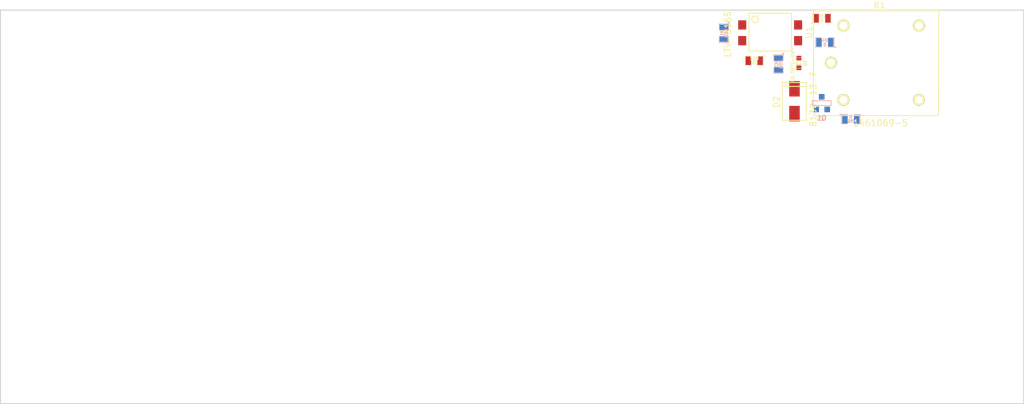
<source format=kicad_pcb>
(kicad_pcb (version 3) (host pcbnew "(2013-07-07 BZR 4022)-stable")

  (general
    (links 13)
    (no_connects 13)
    (area 136.195999 86.471861 301.446001 159.333001)
    (thickness 1.6)
    (drawings 4)
    (tracks 0)
    (zones 0)
    (modules 11)
    (nets 13)
  )

  (page A3)
  (layers
    (15 F.Cu signal)
    (0 B.Cu signal)
    (16 B.Adhes user)
    (17 F.Adhes user)
    (18 B.Paste user)
    (19 F.Paste user)
    (20 B.SilkS user)
    (21 F.SilkS user)
    (22 B.Mask user)
    (23 F.Mask user)
    (24 Dwgs.User user)
    (25 Cmts.User user)
    (26 Eco1.User user)
    (27 Eco2.User user)
    (28 Edge.Cuts user)
  )

  (setup
    (last_trace_width 0.254)
    (trace_clearance 0.254)
    (zone_clearance 0.508)
    (zone_45_only no)
    (trace_min 0.254)
    (segment_width 0.2)
    (edge_width 0.1)
    (via_size 0.889)
    (via_drill 0.635)
    (via_min_size 0.889)
    (via_min_drill 0.508)
    (uvia_size 0.508)
    (uvia_drill 0.127)
    (uvias_allowed no)
    (uvia_min_size 0.508)
    (uvia_min_drill 0.127)
    (pcb_text_width 0.3)
    (pcb_text_size 1.5 1.5)
    (mod_edge_width 0.15)
    (mod_text_size 1 1)
    (mod_text_width 0.15)
    (pad_size 1.5 1.5)
    (pad_drill 0.6)
    (pad_to_mask_clearance 0)
    (aux_axis_origin 0 0)
    (visible_elements 7FFFFFFF)
    (pcbplotparams
      (layerselection 3178497)
      (usegerberextensions true)
      (excludeedgelayer true)
      (linewidth 0.150000)
      (plotframeref false)
      (viasonmask false)
      (mode 1)
      (useauxorigin false)
      (hpglpennumber 1)
      (hpglpenspeed 20)
      (hpglpendiameter 15)
      (hpglpenoverlay 2)
      (psnegative false)
      (psa4output false)
      (plotreference true)
      (plotvalue true)
      (plotothertext true)
      (plotinvisibletext false)
      (padsonsilk false)
      (subtractmaskfromsilk false)
      (outputformat 1)
      (mirror false)
      (drillshape 1)
      (scaleselection 1)
      (outputdirectory ""))
  )

  (net 0 "")
  (net 1 +12P)
  (net 2 /Arduino/RELAY+)
  (net 3 /Arduino/RELAY-)
  (net 4 GND)
  (net 5 N-0000082)
  (net 6 N-0000083)
  (net 7 N-0000084)
  (net 8 N-0000085)
  (net 9 N-0000086)
  (net 10 N-0000087)
  (net 11 N-0000088)
  (net 12 N-0000089)

  (net_class Default "This is the default net class."
    (clearance 0.254)
    (trace_width 0.254)
    (via_dia 0.889)
    (via_drill 0.635)
    (uvia_dia 0.508)
    (uvia_drill 0.127)
    (add_net "")
    (add_net +12P)
    (add_net /Arduino/RELAY+)
    (add_net /Arduino/RELAY-)
    (add_net GND)
    (add_net N-0000082)
    (add_net N-0000083)
    (add_net N-0000084)
    (add_net N-0000085)
    (add_net N-0000086)
    (add_net N-0000087)
    (add_net N-0000088)
    (add_net N-0000089)
  )

  (module TE-ORWH-RELAY (layer F.Cu) (tedit 53135BAB) (tstamp 53136585)
    (at 270.2814 104.2416)
    (path /52EF3727/52F71303)
    (fp_text reference K1 (at 7.8486 -9.271) (layer F.SilkS)
      (effects (font (size 1 1) (thickness 0.15)))
    )
    (fp_text value 1461069-5 (at 7.9756 9.7282) (layer F.SilkS)
      (effects (font (size 1 1) (thickness 0.15)))
    )
    (fp_line (start -2.8194 -8.3566) (end -2.8194 8.5344) (layer F.SilkS) (width 0.15))
    (fp_line (start -2.8194 8.5344) (end 17.3482 8.5344) (layer F.SilkS) (width 0.15))
    (fp_line (start 17.3482 8.5344) (end 17.3736 -8.3566) (layer F.SilkS) (width 0.15))
    (fp_line (start 17.3736 -8.3566) (end -2.8194 -8.3566) (layer F.SilkS) (width 0.15))
    (pad 1 thru_hole circle (at 0 0) (size 1.905 1.905) (drill 1.27)
      (layers *.Cu *.Mask F.SilkS)
    )
    (pad 2 thru_hole circle (at 2.0066 -5.9944) (size 1.905 1.905) (drill 1.27)
      (layers *.Cu *.Mask F.SilkS)
      (net 7 N-0000084)
    )
    (pad 3 thru_hole circle (at 14.1986 -5.9944) (size 1.905 1.905) (drill 1.27)
      (layers *.Cu *.Mask F.SilkS)
    )
    (pad 4 thru_hole circle (at 14.1986 5.9944) (size 1.905 1.905) (drill 1.27)
      (layers *.Cu *.Mask F.SilkS)
    )
    (pad 5 thru_hole circle (at 2.0066 5.9944) (size 1.905 1.905) (drill 1.27)
      (layers *.Cu *.Mask F.SilkS)
      (net 8 N-0000085)
    )
  )

  (module SOT23EBC (layer B.Cu) (tedit 3F980186) (tstamp 53136590)
    (at 268.7828 110.7567)
    (descr "Module CMS SOT23 Transistore EBC")
    (tags "CMS SOT")
    (path /52EF3727/52F70E30)
    (attr smd)
    (fp_text reference Q1 (at 0 2.413) (layer B.SilkS)
      (effects (font (size 0.762 0.762) (thickness 0.2032)) (justify mirror))
    )
    (fp_text value 2N3904 (at 0 0) (layer B.SilkS) hide
      (effects (font (size 0.762 0.762) (thickness 0.2032)) (justify mirror))
    )
    (fp_line (start -1.524 0.381) (end 1.524 0.381) (layer B.SilkS) (width 0.127))
    (fp_line (start 1.524 0.381) (end 1.524 -0.381) (layer B.SilkS) (width 0.127))
    (fp_line (start 1.524 -0.381) (end -1.524 -0.381) (layer B.SilkS) (width 0.127))
    (fp_line (start -1.524 -0.381) (end -1.524 0.381) (layer B.SilkS) (width 0.127))
    (pad 1 smd rect (at -0.889 1.016) (size 0.9144 0.9144)
      (layers B.Cu B.Paste B.Mask)
      (net 10 N-0000087)
    )
    (pad 2 smd rect (at 0.889 1.016) (size 0.9144 0.9144)
      (layers B.Cu B.Paste B.Mask)
      (net 11 N-0000088)
    )
    (pad 3 smd rect (at 0 -1.016) (size 0.9144 0.9144)
      (layers B.Cu B.Paste B.Mask)
      (net 8 N-0000085)
    )
    (model smd/cms_sot23.wrl
      (at (xyz 0 0 0))
      (scale (xyz 0.13 0.15 0.15))
      (rotate (xyz 0 0 0))
    )
  )

  (module SMA (layer F.Cu) (tedit 53135600) (tstamp 5313659D)
    (at 264.3886 112.4585 90)
    (path /52EF3727/52F726CF)
    (fp_text reference D2 (at 1.8796 -2.8956 90) (layer F.SilkS)
      (effects (font (size 1 1) (thickness 0.15)))
    )
    (fp_text value B130-13-F (at 2.3876 3.0226 90) (layer F.SilkS)
      (effects (font (size 1 1) (thickness 0.15)))
    )
    (fp_line (start 4.3942 -1.9558) (end 4.3942 1.905) (layer F.SilkS) (width 0.15))
    (fp_line (start 4.8768 -1.9558) (end 5.0292 -1.9558) (layer F.SilkS) (width 0.15))
    (fp_line (start 5.0292 -1.9558) (end 5.0292 1.905) (layer F.SilkS) (width 0.15))
    (fp_line (start 5.0292 1.905) (end 4.8768 1.905) (layer F.SilkS) (width 0.15))
    (fp_line (start -1.0668 -1.9558) (end 4.8768 -1.9558) (layer F.SilkS) (width 0.15))
    (fp_line (start 4.8768 1.905) (end -1.0668 1.905) (layer F.SilkS) (width 0.15))
    (fp_line (start -1.0668 1.905) (end -1.0668 -1.9558) (layer F.SilkS) (width 0.15))
    (pad 1 smd rect (at 0 0 90) (size 2.5 1.7)
      (layers F.Cu F.Paste F.Mask)
      (net 8 N-0000085)
    )
    (pad 2 smd rect (at 4.0132 0 90) (size 2.5 1.7)
      (layers F.Cu F.Paste F.Mask)
      (net 7 N-0000084)
    )
  )

  (module SM0805 (layer B.Cu) (tedit 5091495C) (tstamp 531365AA)
    (at 273.4818 113.3475)
    (path /52EF3727/52F714AB)
    (attr smd)
    (fp_text reference R6 (at 0 0.3175) (layer B.SilkS)
      (effects (font (size 0.50038 0.50038) (thickness 0.10922)) (justify mirror))
    )
    (fp_text value 0 (at 0 -0.381) (layer B.SilkS)
      (effects (font (size 0.50038 0.50038) (thickness 0.10922)) (justify mirror))
    )
    (fp_circle (center -1.651 -0.762) (end -1.651 -0.635) (layer B.SilkS) (width 0.09906))
    (fp_line (start -0.508 -0.762) (end -1.524 -0.762) (layer B.SilkS) (width 0.09906))
    (fp_line (start -1.524 -0.762) (end -1.524 0.762) (layer B.SilkS) (width 0.09906))
    (fp_line (start -1.524 0.762) (end -0.508 0.762) (layer B.SilkS) (width 0.09906))
    (fp_line (start 0.508 0.762) (end 1.524 0.762) (layer B.SilkS) (width 0.09906))
    (fp_line (start 1.524 0.762) (end 1.524 -0.762) (layer B.SilkS) (width 0.09906))
    (fp_line (start 1.524 -0.762) (end 0.508 -0.762) (layer B.SilkS) (width 0.09906))
    (pad 1 smd rect (at -0.9525 0) (size 0.889 1.397)
      (layers B.Cu B.Paste B.Mask)
      (net 10 N-0000087)
    )
    (pad 2 smd rect (at 0.9525 0) (size 0.889 1.397)
      (layers B.Cu B.Paste B.Mask)
      (net 4 GND)
    )
    (model smd/chip_cms.wrl
      (at (xyz 0 0 0))
      (scale (xyz 0.1 0.1 0.1))
      (rotate (xyz 0 0 0))
    )
  )

  (module SM0805 (layer B.Cu) (tedit 5091495C) (tstamp 531365B7)
    (at 261.8105 104.4575 270)
    (path /52EF3727/52F71764)
    (attr smd)
    (fp_text reference R2 (at 0 0.3175 270) (layer B.SilkS)
      (effects (font (size 0.50038 0.50038) (thickness 0.10922)) (justify mirror))
    )
    (fp_text value 200 (at 0 -0.381 270) (layer B.SilkS)
      (effects (font (size 0.50038 0.50038) (thickness 0.10922)) (justify mirror))
    )
    (fp_circle (center -1.651 -0.762) (end -1.651 -0.635) (layer B.SilkS) (width 0.09906))
    (fp_line (start -0.508 -0.762) (end -1.524 -0.762) (layer B.SilkS) (width 0.09906))
    (fp_line (start -1.524 -0.762) (end -1.524 0.762) (layer B.SilkS) (width 0.09906))
    (fp_line (start -1.524 0.762) (end -0.508 0.762) (layer B.SilkS) (width 0.09906))
    (fp_line (start 0.508 0.762) (end 1.524 0.762) (layer B.SilkS) (width 0.09906))
    (fp_line (start 1.524 0.762) (end 1.524 -0.762) (layer B.SilkS) (width 0.09906))
    (fp_line (start 1.524 -0.762) (end 0.508 -0.762) (layer B.SilkS) (width 0.09906))
    (pad 1 smd rect (at -0.9525 0 270) (size 0.889 1.397)
      (layers B.Cu B.Paste B.Mask)
      (net 9 N-0000086)
    )
    (pad 2 smd rect (at 0.9525 0 270) (size 0.889 1.397)
      (layers B.Cu B.Paste B.Mask)
      (net 4 GND)
    )
    (model smd/chip_cms.wrl
      (at (xyz 0 0 0))
      (scale (xyz 0.1 0.1 0.1))
      (rotate (xyz 0 0 0))
    )
  )

  (module SM0805 (layer B.Cu) (tedit 5091495C) (tstamp 531365C4)
    (at 269.2908 100.965 180)
    (path /52EF3727/52F718DA)
    (attr smd)
    (fp_text reference R4 (at 0 0.3175 180) (layer B.SilkS)
      (effects (font (size 0.50038 0.50038) (thickness 0.10922)) (justify mirror))
    )
    (fp_text value 0 (at 0 -0.381 180) (layer B.SilkS)
      (effects (font (size 0.50038 0.50038) (thickness 0.10922)) (justify mirror))
    )
    (fp_circle (center -1.651 -0.762) (end -1.651 -0.635) (layer B.SilkS) (width 0.09906))
    (fp_line (start -0.508 -0.762) (end -1.524 -0.762) (layer B.SilkS) (width 0.09906))
    (fp_line (start -1.524 -0.762) (end -1.524 0.762) (layer B.SilkS) (width 0.09906))
    (fp_line (start -1.524 0.762) (end -0.508 0.762) (layer B.SilkS) (width 0.09906))
    (fp_line (start 0.508 0.762) (end 1.524 0.762) (layer B.SilkS) (width 0.09906))
    (fp_line (start 1.524 0.762) (end 1.524 -0.762) (layer B.SilkS) (width 0.09906))
    (fp_line (start 1.524 -0.762) (end 0.508 -0.762) (layer B.SilkS) (width 0.09906))
    (pad 1 smd rect (at -0.9525 0 180) (size 0.889 1.397)
      (layers B.Cu B.Paste B.Mask)
      (net 1 +12P)
    )
    (pad 2 smd rect (at 0.9525 0 180) (size 0.889 1.397)
      (layers B.Cu B.Paste B.Mask)
      (net 6 N-0000083)
    )
    (model smd/chip_cms.wrl
      (at (xyz 0 0 0))
      (scale (xyz 0.1 0.1 0.1))
      (rotate (xyz 0 0 0))
    )
  )

  (module SM0805 (layer B.Cu) (tedit 5091495C) (tstamp 531365D1)
    (at 253.0094 99.4791 270)
    (path /52EF3727/52F720EA)
    (attr smd)
    (fp_text reference R1 (at 0 0.3175 270) (layer B.SilkS)
      (effects (font (size 0.50038 0.50038) (thickness 0.10922)) (justify mirror))
    )
    (fp_text value 500 (at 0 -0.381 270) (layer B.SilkS)
      (effects (font (size 0.50038 0.50038) (thickness 0.10922)) (justify mirror))
    )
    (fp_circle (center -1.651 -0.762) (end -1.651 -0.635) (layer B.SilkS) (width 0.09906))
    (fp_line (start -0.508 -0.762) (end -1.524 -0.762) (layer B.SilkS) (width 0.09906))
    (fp_line (start -1.524 -0.762) (end -1.524 0.762) (layer B.SilkS) (width 0.09906))
    (fp_line (start -1.524 0.762) (end -0.508 0.762) (layer B.SilkS) (width 0.09906))
    (fp_line (start 0.508 0.762) (end 1.524 0.762) (layer B.SilkS) (width 0.09906))
    (fp_line (start 1.524 0.762) (end 1.524 -0.762) (layer B.SilkS) (width 0.09906))
    (fp_line (start 1.524 -0.762) (end 0.508 -0.762) (layer B.SilkS) (width 0.09906))
    (pad 1 smd rect (at -0.9525 0 270) (size 0.889 1.397)
      (layers B.Cu B.Paste B.Mask)
      (net 3 /Arduino/RELAY-)
    )
    (pad 2 smd rect (at 0.9525 0 270) (size 0.889 1.397)
      (layers B.Cu B.Paste B.Mask)
      (net 5 N-0000082)
    )
    (model smd/chip_cms.wrl
      (at (xyz 0 0 0))
      (scale (xyz 0.1 0.1 0.1))
      (rotate (xyz 0 0 0))
    )
  )

  (module SM0805 (layer F.Cu) (tedit 5091495C) (tstamp 531365DE)
    (at 268.8336 97.0788)
    (path /52EF3727/53123678)
    (attr smd)
    (fp_text reference R5 (at 0 -0.3175) (layer F.SilkS)
      (effects (font (size 0.50038 0.50038) (thickness 0.10922)))
    )
    (fp_text value 0 (at 0 0.381) (layer F.SilkS)
      (effects (font (size 0.50038 0.50038) (thickness 0.10922)))
    )
    (fp_circle (center -1.651 0.762) (end -1.651 0.635) (layer F.SilkS) (width 0.09906))
    (fp_line (start -0.508 0.762) (end -1.524 0.762) (layer F.SilkS) (width 0.09906))
    (fp_line (start -1.524 0.762) (end -1.524 -0.762) (layer F.SilkS) (width 0.09906))
    (fp_line (start -1.524 -0.762) (end -0.508 -0.762) (layer F.SilkS) (width 0.09906))
    (fp_line (start 0.508 -0.762) (end 1.524 -0.762) (layer F.SilkS) (width 0.09906))
    (fp_line (start 1.524 -0.762) (end 1.524 0.762) (layer F.SilkS) (width 0.09906))
    (fp_line (start 1.524 0.762) (end 0.508 0.762) (layer F.SilkS) (width 0.09906))
    (pad 1 smd rect (at -0.9525 0) (size 0.889 1.397)
      (layers F.Cu F.Paste F.Mask)
      (net 1 +12P)
    )
    (pad 2 smd rect (at 0.9525 0) (size 0.889 1.397)
      (layers F.Cu F.Paste F.Mask)
      (net 7 N-0000084)
    )
    (model smd/chip_cms.wrl
      (at (xyz 0 0 0))
      (scale (xyz 0.1 0.1 0.1))
      (rotate (xyz 0 0 0))
    )
  )

  (module SM0805 (layer F.Cu) (tedit 5091495C) (tstamp 531365EB)
    (at 257.8989 103.9241 180)
    (path /52EF3727/52F70E21)
    (attr smd)
    (fp_text reference R3 (at 0 -0.3175 180) (layer F.SilkS)
      (effects (font (size 0.50038 0.50038) (thickness 0.10922)))
    )
    (fp_text value 100 (at 0 0.381 180) (layer F.SilkS)
      (effects (font (size 0.50038 0.50038) (thickness 0.10922)))
    )
    (fp_circle (center -1.651 0.762) (end -1.651 0.635) (layer F.SilkS) (width 0.09906))
    (fp_line (start -0.508 0.762) (end -1.524 0.762) (layer F.SilkS) (width 0.09906))
    (fp_line (start -1.524 0.762) (end -1.524 -0.762) (layer F.SilkS) (width 0.09906))
    (fp_line (start -1.524 -0.762) (end -0.508 -0.762) (layer F.SilkS) (width 0.09906))
    (fp_line (start 0.508 -0.762) (end 1.524 -0.762) (layer F.SilkS) (width 0.09906))
    (fp_line (start 1.524 -0.762) (end 1.524 0.762) (layer F.SilkS) (width 0.09906))
    (fp_line (start 1.524 0.762) (end 0.508 0.762) (layer F.SilkS) (width 0.09906))
    (pad 1 smd rect (at -0.9525 0 180) (size 0.889 1.397)
      (layers F.Cu F.Paste F.Mask)
      (net 12 N-0000089)
    )
    (pad 2 smd rect (at 0.9525 0 180) (size 0.889 1.397)
      (layers F.Cu F.Paste F.Mask)
      (net 11 N-0000088)
    )
    (model smd/chip_cms.wrl
      (at (xyz 0 0 0))
      (scale (xyz 0.1 0.1 0.1))
      (rotate (xyz 0 0 0))
    )
  )

  (module LED-0603 (layer F.Cu) (tedit 4E16AFB4) (tstamp 53136607)
    (at 265.0998 104.2797 270)
    (descr "LED 0603 smd package")
    (tags "LED led 0603 SMD smd SMT smt smdled SMDLED smtled SMTLED")
    (path /52EF3727/52F70E5D)
    (attr smd)
    (fp_text reference D1 (at 0 -1.016 270) (layer F.SilkS)
      (effects (font (size 0.508 0.508) (thickness 0.127)))
    )
    (fp_text value "LG Q971-KN-1" (at 0 1.016 270) (layer F.SilkS)
      (effects (font (size 0.508 0.508) (thickness 0.127)))
    )
    (fp_line (start 0.44958 -0.44958) (end 0.44958 0.44958) (layer F.SilkS) (width 0.06604))
    (fp_line (start 0.44958 0.44958) (end 0.84836 0.44958) (layer F.SilkS) (width 0.06604))
    (fp_line (start 0.84836 -0.44958) (end 0.84836 0.44958) (layer F.SilkS) (width 0.06604))
    (fp_line (start 0.44958 -0.44958) (end 0.84836 -0.44958) (layer F.SilkS) (width 0.06604))
    (fp_line (start -0.84836 -0.44958) (end -0.84836 0.44958) (layer F.SilkS) (width 0.06604))
    (fp_line (start -0.84836 0.44958) (end -0.44958 0.44958) (layer F.SilkS) (width 0.06604))
    (fp_line (start -0.44958 -0.44958) (end -0.44958 0.44958) (layer F.SilkS) (width 0.06604))
    (fp_line (start -0.84836 -0.44958) (end -0.44958 -0.44958) (layer F.SilkS) (width 0.06604))
    (fp_line (start 0 -0.44958) (end 0 -0.29972) (layer F.SilkS) (width 0.06604))
    (fp_line (start 0 -0.29972) (end 0.29972 -0.29972) (layer F.SilkS) (width 0.06604))
    (fp_line (start 0.29972 -0.44958) (end 0.29972 -0.29972) (layer F.SilkS) (width 0.06604))
    (fp_line (start 0 -0.44958) (end 0.29972 -0.44958) (layer F.SilkS) (width 0.06604))
    (fp_line (start 0 0.29972) (end 0 0.44958) (layer F.SilkS) (width 0.06604))
    (fp_line (start 0 0.44958) (end 0.29972 0.44958) (layer F.SilkS) (width 0.06604))
    (fp_line (start 0.29972 0.29972) (end 0.29972 0.44958) (layer F.SilkS) (width 0.06604))
    (fp_line (start 0 0.29972) (end 0.29972 0.29972) (layer F.SilkS) (width 0.06604))
    (fp_line (start 0 -0.14986) (end 0 0.14986) (layer F.SilkS) (width 0.06604))
    (fp_line (start 0 0.14986) (end 0.29972 0.14986) (layer F.SilkS) (width 0.06604))
    (fp_line (start 0.29972 -0.14986) (end 0.29972 0.14986) (layer F.SilkS) (width 0.06604))
    (fp_line (start 0 -0.14986) (end 0.29972 -0.14986) (layer F.SilkS) (width 0.06604))
    (fp_line (start 0.44958 -0.39878) (end -0.44958 -0.39878) (layer F.SilkS) (width 0.1016))
    (fp_line (start 0.44958 0.39878) (end -0.44958 0.39878) (layer F.SilkS) (width 0.1016))
    (pad 1 smd rect (at -0.7493 0 270) (size 0.79756 0.79756)
      (layers F.Cu F.Paste F.Mask)
      (net 12 N-0000089)
    )
    (pad 2 smd rect (at 0.7493 0 270) (size 0.79756 0.79756)
      (layers F.Cu F.Paste F.Mask)
      (net 9 N-0000086)
    )
  )

  (module 4-SMD (layer F.Cu) (tedit 531297C2) (tstamp 53136614)
    (at 255.9558 98.1456 270)
    (path /52EF3727/5312166D)
    (fp_text reference U1 (at 1.1938 -10.795 270) (layer F.SilkS)
      (effects (font (size 1 1) (thickness 0.15)))
    )
    (fp_text value LTV-816S (at 1.4986 2.3368 270) (layer F.SilkS)
      (effects (font (size 1 1) (thickness 0.15)))
    )
    (fp_circle (center -0.889 -2.0828) (end -0.4826 -1.7272) (layer F.SilkS) (width 0.15))
    (fp_line (start -1.905 -7.9502) (end 4.2164 -7.9502) (layer F.SilkS) (width 0.15))
    (fp_line (start 4.2164 -7.9502) (end 4.2164 -1.0922) (layer F.SilkS) (width 0.15))
    (fp_line (start 4.2164 -1.0922) (end -1.905 -1.0922) (layer F.SilkS) (width 0.15))
    (fp_line (start -1.905 -1.0922) (end -1.905 -7.9502) (layer F.SilkS) (width 0.15))
    (pad 1 smd rect (at 0 0 270) (size 1.5 1.3)
      (layers F.Cu F.Paste F.Mask)
      (net 2 /Arduino/RELAY+)
    )
    (pad 2 smd rect (at 2.54 0 270) (size 1.5 1.3)
      (layers F.Cu F.Paste F.Mask)
      (net 5 N-0000082)
    )
    (pad 4 smd rect (at 0 -9.017 270) (size 1.5 1.3)
      (layers F.Cu F.Paste F.Mask)
      (net 6 N-0000083)
    )
    (pad 3 smd rect (at 2.54 -9.017 270) (size 1.5 1.3)
      (layers F.Cu F.Paste F.Mask)
      (net 12 N-0000089)
    )
  )

  (gr_line (start 136.271 95.758) (end 136.271 159.258) (angle 90) (layer Edge.Cuts) (width 0.15))
  (gr_line (start 301.371 95.758) (end 136.271 95.758) (angle 90) (layer Edge.Cuts) (width 0.15))
  (gr_line (start 301.371 159.258) (end 301.371 95.758) (angle 90) (layer Edge.Cuts) (width 0.15))
  (gr_line (start 136.271 159.258) (end 301.371 159.258) (angle 90) (layer Edge.Cuts) (width 0.15))

)

</source>
